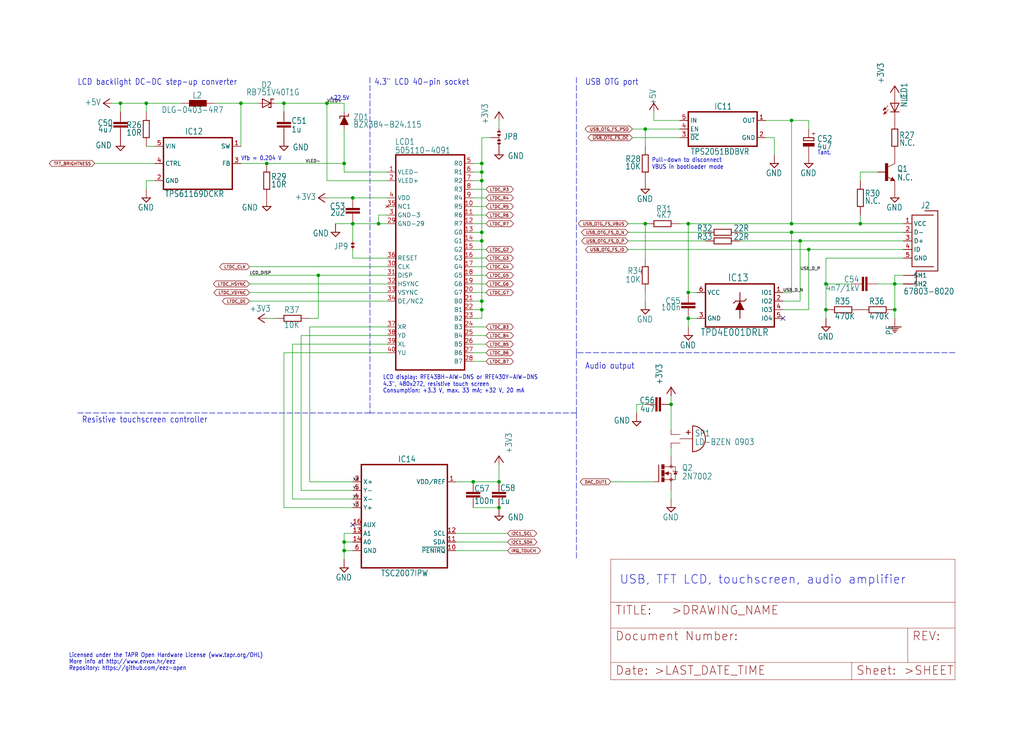
<source format=kicad_sch>
(kicad_sch (version 20211123) (generator eeschema)
  (paper "User" 302.311 220.269)
  (lib_symbols
    (symbol "EEZ_DIB_MCU_r3B4-eagle-import:+3V3" (power)
      (property "Value" "+3V3" (at -2.54 -5.08 90))
      (symbol "+3V3_1_0"
        (pin power_in line (at 0 -2.54 90) (length 2.54) (name "+3V3") (number "1"))
      )
    )
    (symbol "EEZ_DIB_MCU_r3B4-eagle-import:+5V" (power)
      (property "Value" "+5V" (at -2.54 -5.08 90))
      (symbol "+5V_1_0"
        (pin power_in line (at 0 -2.54 90) (length 2.54) (name "+5V") (number "1"))
      )
    )
    (symbol "EEZ_DIB_MCU_r3B4-eagle-import:-NPN-SOT23-BEC"
      (property "Reference" "T" (at -10.16 7.62 0))
      (property "Value" "-NPN-SOT23-BEC" (at -10.16 5.08 0))
      (symbol "-NPN-SOT23-BEC_1_0"
        (pin passive line (at -2.54 0 0) (length 2.54) (name "B") (number "B"))
        (pin passive line (at 2.54 5.08 270) (length 2.54) (name "C") (number "C"))
        (pin passive line (at 2.54 -5.08 90) (length 2.54) (name "E") (number "E"))
      )
    )
    (symbol "EEZ_DIB_MCU_r3B4-eagle-import:2N7002"
      (property "Reference" "Q" (at 6.35 2.54 0))
      (property "Value" "2N7002" (at 6.35 0 0))
      (symbol "2N7002_1_0"
        (pin passive line (at -2.54 -2.54 0) (length 0) (name "G") (number "1"))
        (pin passive line (at 2.54 -5.08 90) (length 2.54) (name "S") (number "2"))
        (pin passive line (at 2.54 5.08 270) (length 2.54) (name "D") (number "3"))
      )
    )
    (symbol "EEZ_DIB_MCU_r3B4-eagle-import:678038020"
      (property "Reference" "J" (at -5.08 9.525 0))
      (property "Value" "678038020" (at -5.08 -15.875 0))
      (symbol "678038020_1_0"
        (pin passive line (at -5.08 5.08 0) (length 2.54) (name "VCC") (number "1"))
        (pin passive line (at -5.08 2.54 0) (length 2.54) (name "D-") (number "2"))
        (pin passive line (at -5.08 0 0) (length 2.54) (name "D+") (number "3"))
        (pin passive line (at -5.08 -2.54 0) (length 2.54) (name "ID") (number "4"))
        (pin passive line (at -5.08 -5.08 0) (length 2.54) (name "GND") (number "5"))
        (pin bidirectional line (at -5.08 -10.16 0) (length 2.54) (name "SH1") (number "SH1"))
        (pin bidirectional line (at -5.08 -10.16 0) (length 2.54) (name "SH1") (number "SH1.1"))
        (pin bidirectional line (at -5.08 -12.7 0) (length 2.54) (name "SH2") (number "SH2"))
        (pin bidirectional line (at -5.08 -12.7 0) (length 2.54) (name "SH2") (number "SH2.2"))
      )
    )
    (symbol "EEZ_DIB_MCU_r3B4-eagle-import:C-EUC0603"
      (property "Reference" "C" (at 1.524 0.381 0))
      (property "Value" "C-EUC0603" (at 1.524 -4.699 0))
      (symbol "C-EUC0603_1_0"
        (pin passive line (at 0 2.54 270) (length 2.54) (name "1") (number "1"))
        (pin passive line (at 0 -5.08 90) (length 2.54) (name "2") (number "2"))
      )
    )
    (symbol "EEZ_DIB_MCU_r3B4-eagle-import:C-EUC0805"
      (property "Reference" "C" (at 1.524 0.381 0))
      (property "Value" "C-EUC0805" (at 1.524 -4.699 0))
      (symbol "C-EUC0805_1_0"
        (pin passive line (at 0 2.54 270) (length 2.54) (name "1") (number "1"))
        (pin passive line (at 0 -5.08 90) (length 2.54) (name "2") (number "2"))
      )
    )
    (symbol "EEZ_DIB_MCU_r3B4-eagle-import:C-EUC1206"
      (property "Reference" "C" (at 1.524 0.381 0))
      (property "Value" "C-EUC1206" (at 1.524 -4.699 0))
      (symbol "C-EUC1206_1_0"
        (pin passive line (at 0 2.54 270) (length 2.54) (name "1") (number "1"))
        (pin passive line (at 0 -5.08 90) (length 2.54) (name "2") (number "2"))
      )
    )
    (symbol "EEZ_DIB_MCU_r3B4-eagle-import:C-EUC1812"
      (property "Reference" "C" (at 1.524 0.381 0))
      (property "Value" "C-EUC1812" (at 1.524 -4.699 0))
      (symbol "C-EUC1812_1_0"
        (pin passive line (at 0 2.54 270) (length 2.54) (name "1") (number "1"))
        (pin passive line (at 0 -5.08 90) (length 2.54) (name "2") (number "2"))
      )
    )
    (symbol "EEZ_DIB_MCU_r3B4-eagle-import:DE0403"
      (property "Reference" "L" (at -3.81 1.3716 0))
      (property "Value" "DE0403" (at -3.81 -2.921 0))
      (symbol "DE0403_1_0"
        (pin passive line (at -5.08 0 0) (length 2.54) (name "1") (number "1"))
        (pin passive line (at 5.08 0 180) (length 2.54) (name "2") (number "2"))
      )
    )
    (symbol "EEZ_DIB_MCU_r3B4-eagle-import:DINA4_L"
      (symbol "DINA4_L_2_0"
        (text ">DRAWING_NAME" (at 17.78 19.05 0) (effects (font (size 2.54 2.54)) (justify left bottom)))
        (text ">LAST_DATE_TIME" (at 12.7 1.27 0) (effects (font (size 2.54 2.54)) (justify left bottom)))
        (text ">SHEET" (at 86.36 1.27 0) (effects (font (size 2.54 2.54)) (justify left bottom)))
        (text "Date:" (at 1.27 1.27 0) (effects (font (size 2.54 2.54)) (justify left bottom)))
        (text "Document Number:" (at 1.27 11.43 0) (effects (font (size 2.54 2.54)) (justify left bottom)))
        (text "REV:" (at 88.9 11.43 0) (effects (font (size 2.54 2.54)) (justify left bottom)))
        (text "Sheet:" (at 72.39 1.27 0) (effects (font (size 2.54 2.54)) (justify left bottom)))
        (text "TITLE:" (at 1.27 19.05 0) (effects (font (size 2.54 2.54)) (justify left bottom)))
      )
    )
    (symbol "EEZ_DIB_MCU_r3B4-eagle-import:ECAP1206"
      (property "Reference" "C" (at 1.143 0.4826 0))
      (property "Value" "ECAP1206" (at 1.143 -4.5974 0))
      (symbol "ECAP1206_1_0"
        (text "+" (at -0.5842 0.4064 900) (effects (font (size 1.27 1.0795)) (justify left bottom)))
        (pin passive line (at 0 2.54 270) (length 2.54) (name "+") (number "+"))
        (pin passive line (at 0 -5.08 90) (length 2.54) (name "-") (number "-"))
      )
    )
    (symbol "EEZ_DIB_MCU_r3B4-eagle-import:GND" (power)
      (property "Value" "GND" (at -1.905 -3.175 0))
      (symbol "GND_1_0"
        (pin power_in line (at 0 2.54 270) (length 2.54) (name "GND") (number "1"))
      )
    )
    (symbol "EEZ_DIB_MCU_r3B4-eagle-import:JP2-NOCUT-0805"
      (property "Reference" "JP" (at -3.175 1.27 0))
      (symbol "JP2-NOCUT-0805_1_0"
        (pin passive line (at 0 0 270) (length 0) (name "1") (number "1"))
        (pin passive line (at 2.54 0 270) (length 0) (name "2") (number "2"))
      )
    )
    (symbol "EEZ_DIB_MCU_r3B4-eagle-import:JP3-CUT-0805-ROTATED"
      (property "Reference" "JP" (at -3.81 3.175 0))
      (symbol "JP3-CUT-0805-ROTATED_1_0"
        (pin passive line (at 2.54 0 180) (length 2.54) (name "COM") (number "COM"))
        (pin passive line (at 0 -2.54 180) (length 0) (name "NC") (number "NC"))
        (pin passive line (at 0 2.54 180) (length 0) (name "NO") (number "NO"))
      )
    )
    (symbol "EEZ_DIB_MCU_r3B4-eagle-import:LD-BZEN-COMBO"
      (property "Reference" "SP" (at 1.905 0.635 0))
      (property "Value" "LD-BZEN-COMBO" (at 1.905 -1.905 0))
      (symbol "LD-BZEN-COMBO_1_0"
        (pin passive line (at -5.08 2.54 270) (length 0) (name "+") (number "+"))
        (pin passive line (at -5.08 2.54 270) (length 0) (name "+") (number "+B"))
        (pin passive line (at -5.08 -2.54 90) (length 0) (name "-") (number "-"))
        (pin passive line (at -5.08 -2.54 90) (length 0) (name "-") (number "-B"))
      )
    )
    (symbol "EEZ_DIB_MCU_r3B4-eagle-import:LED0805"
      (property "Reference" "LED" (at 3.556 -2.032 90))
      (property "Value" "LED0805" (at 5.715 -2.032 90))
      (symbol "LED0805_1_0"
        (pin passive line (at 0 5.08 270) (length 2.54) (name "A") (number "A"))
        (pin passive line (at 0 -2.54 90) (length 2.54) (name "C") (number "C"))
      )
    )
    (symbol "EEZ_DIB_MCU_r3B4-eagle-import:PE" (power)
      (property "Value" "PE" (at -2.54 -2.54 90))
      (symbol "PE_1_0"
        (pin power_in line (at 0 2.54 270) (length 2.54) (name "PE") (number "1"))
      )
    )
    (symbol "EEZ_DIB_MCU_r3B4-eagle-import:R-EU_R0805"
      (property "Reference" "R" (at -3.81 1.4986 0))
      (property "Value" "R-EU_R0805" (at -3.81 -3.302 0))
      (symbol "R-EU_R0805_1_0"
        (pin passive line (at -5.08 0 0) (length 2.54) (name "1") (number "1"))
        (pin passive line (at 5.08 0 180) (length 2.54) (name "2") (number "2"))
      )
    )
    (symbol "EEZ_DIB_MCU_r3B4-eagle-import:RFE430Y-AIW-DNS"
      (property "Reference" "LCD" (at -4.7244 31.3436 0))
      (property "Value" "RFE430Y-AIW-DNS" (at -5.3594 -35.9664 0))
      (symbol "RFE430Y-AIW-DNS_1_0"
        (pin power_in line (at 12.7 25.4 180) (length 2.54) (name "VLED-") (number "1"))
        (pin input line (at -12.7 15.24 0) (length 2.54) (name "R5") (number "10"))
        (pin input line (at -12.7 12.7 0) (length 2.54) (name "R6") (number "11"))
        (pin input line (at -12.7 10.16 0) (length 2.54) (name "R7") (number "12"))
        (pin input line (at -12.7 7.62 0) (length 2.54) (name "G0") (number "13"))
        (pin input line (at -12.7 5.08 0) (length 2.54) (name "G1") (number "14"))
        (pin input line (at -12.7 2.54 0) (length 2.54) (name "G2") (number "15"))
        (pin input line (at -12.7 0 0) (length 2.54) (name "G3") (number "16"))
        (pin input line (at -12.7 -2.54 0) (length 2.54) (name "G4") (number "17"))
        (pin input line (at -12.7 -5.08 0) (length 2.54) (name "G5") (number "18"))
        (pin input line (at -12.7 -7.62 0) (length 2.54) (name "G6") (number "19"))
        (pin power_in line (at 12.7 22.86 180) (length 2.54) (name "VLED+") (number "2"))
        (pin input line (at -12.7 -10.16 0) (length 2.54) (name "G7") (number "20"))
        (pin input line (at -12.7 -12.7 0) (length 2.54) (name "B0") (number "21"))
        (pin input line (at -12.7 -15.24 0) (length 2.54) (name "B1") (number "22"))
        (pin input line (at -12.7 -17.78 0) (length 2.54) (name "B2") (number "23"))
        (pin input line (at -12.7 -20.32 0) (length 2.54) (name "B3") (number "24"))
        (pin input line (at -12.7 -22.86 0) (length 2.54) (name "B4") (number "25"))
        (pin input line (at -12.7 -25.4 0) (length 2.54) (name "B5") (number "26"))
        (pin input line (at -12.7 -27.94 0) (length 2.54) (name "B6") (number "27"))
        (pin input line (at -12.7 -30.48 0) (length 2.54) (name "B7") (number "28"))
        (pin power_in line (at 12.7 10.16 180) (length 2.54) (name "GND-29") (number "29"))
        (pin power_in line (at 12.7 12.7 180) (length 2.54) (name "GND-3") (number "3"))
        (pin input line (at 12.7 -2.54 180) (length 2.54) (name "CLK") (number "30"))
        (pin input line (at 12.7 -5.08 180) (length 2.54) (name "DISP") (number "31"))
        (pin input line (at 12.7 -7.62 180) (length 2.54) (name "HSYNC") (number "32"))
        (pin input line (at 12.7 -10.16 180) (length 2.54) (name "VSYNC") (number "33"))
        (pin passive line (at 12.7 -12.7 180) (length 2.54) (name "DE/NC2") (number "34"))
        (pin no_connect line (at 12.7 15.24 180) (length 2.54) (name "NC1") (number "35"))
        (pin input line (at 12.7 0 180) (length 2.54) (name "RESET") (number "36"))
        (pin passive line (at 12.7 -20.32 180) (length 2.54) (name "XR") (number "37"))
        (pin passive line (at 12.7 -22.86 180) (length 2.54) (name "YD") (number "38"))
        (pin passive line (at 12.7 -25.4 180) (length 2.54) (name "XL") (number "39"))
        (pin power_in line (at 12.7 17.78 180) (length 2.54) (name "VDD") (number "4"))
        (pin passive line (at 12.7 -27.94 180) (length 2.54) (name "YU") (number "40"))
        (pin input line (at -12.7 27.94 0) (length 2.54) (name "R0") (number "5"))
        (pin input line (at -12.7 25.4 0) (length 2.54) (name "R1") (number "6"))
        (pin input line (at -12.7 22.86 0) (length 2.54) (name "R2") (number "7"))
        (pin input line (at -12.7 20.32 0) (length 2.54) (name "R3") (number "8"))
        (pin input line (at -12.7 17.78 0) (length 2.54) (name "R4") (number "9"))
      )
    )
    (symbol "EEZ_DIB_MCU_r3B4-eagle-import:SCHOTTKYSOD-323R"
      (property "Reference" "D" (at -2.286 1.905 0))
      (property "Value" "SCHOTTKYSOD-323R" (at -2.286 -3.429 0))
      (symbol "SCHOTTKYSOD-323R_1_0"
        (pin passive line (at -2.54 0 0) (length 2.54) (name "A") (number "A"))
        (pin passive line (at 2.54 0 180) (length 2.54) (name "C") (number "C"))
      )
    )
    (symbol "EEZ_DIB_MCU_r3B4-eagle-import:TPD4E001-DRL"
      (property "Reference" "IC" (at -5.207 5.7912 0))
      (property "Value" "TPD4E001-DRL" (at -6.0452 -10.3378 0))
      (symbol "TPD4E001-DRL_1_0"
        (pin bidirectional line (at -12.7 2.54 0) (length 2.54) (name "IO1") (number "1"))
        (pin bidirectional line (at -12.7 0 0) (length 2.54) (name "IO2") (number "2"))
        (pin power_in line (at 12.7 -5.08 180) (length 2.54) (name "GND") (number "3"))
        (pin bidirectional line (at -12.7 -2.54 0) (length 2.54) (name "IO3") (number "4"))
        (pin bidirectional line (at -12.7 -5.08 0) (length 2.54) (name "IO4") (number "5"))
        (pin passive line (at 12.7 2.54 180) (length 2.54) (name "VCC") (number "6"))
      )
    )
    (symbol "EEZ_DIB_MCU_r3B4-eagle-import:TPS2051B"
      (property "Reference" "IC" (at -4.445 5.715 0))
      (property "Value" "TPS2051B" (at -5.08 -7.62 0))
      (symbol "TPS2051B_1_0"
        (pin output line (at 12.7 2.54 180) (length 2.54) (name "OUT") (number "1"))
        (pin power_in line (at 12.7 -2.54 180) (length 2.54) (name "GND") (number "2"))
        (pin passive line (at -12.7 -2.54 0) (length 2.54) (name "~{OC}") (number "3"))
        (pin input line (at -12.7 0 0) (length 2.54) (name "EN") (number "4"))
        (pin input line (at -12.7 2.54 0) (length 2.54) (name "IN") (number "5"))
      )
    )
    (symbol "EEZ_DIB_MCU_r3B4-eagle-import:TPS61169DCKR"
      (property "Reference" "IC" (at -4.7244 8.4836 0))
      (property "Value" "TPS61169DCKR" (at -4.7244 -9.9314 0))
      (symbol "TPS61169DCKR_1_0"
        (pin output line (at 12.7 5.08 180) (length 2.54) (name "SW") (number "1"))
        (pin power_in line (at -12.7 -5.08 0) (length 2.54) (name "GND") (number "2"))
        (pin input line (at 12.7 0 180) (length 2.54) (name "FB") (number "3"))
        (pin input line (at -12.7 0 0) (length 2.54) (name "CTRL") (number "4"))
        (pin input line (at -12.7 5.08 0) (length 2.54) (name "VIN") (number "5"))
      )
    )
    (symbol "EEZ_DIB_MCU_r3B4-eagle-import:TSC2007IPW"
      (property "Reference" "IC" (at -4.445 15.875 0))
      (property "Value" "TSC2007IPW" (at -4.445 -17.78 0))
      (symbol "TSC2007IPW_1_0"
        (pin passive line (at 15.24 10.16 180) (length 2.54) (name "VDD/REF") (number "1"))
        (pin output line (at 15.24 -10.16 180) (length 2.54) (name "~{PENIRQ}") (number "10"))
        (pin bidirectional line (at 15.24 -7.62 180) (length 2.54) (name "SDA") (number "11"))
        (pin bidirectional line (at 15.24 -5.08 180) (length 2.54) (name "SCL") (number "12"))
        (pin input line (at -15.24 -5.08 0) (length 2.54) (name "A1") (number "13"))
        (pin input line (at -15.24 -7.62 0) (length 2.54) (name "A0") (number "14"))
        (pin input line (at -15.24 -2.54 0) (length 2.54) (name "AUX") (number "16"))
        (pin input line (at -15.24 10.16 0) (length 2.54) (name "X+") (number "2"))
        (pin input line (at -15.24 2.54 0) (length 2.54) (name "Y+") (number "3"))
        (pin input line (at -15.24 5.08 0) (length 2.54) (name "X-") (number "4"))
        (pin input line (at -15.24 7.62 0) (length 2.54) (name "Y-") (number "5"))
        (pin passive line (at -15.24 -10.16 0) (length 2.54) (name "GND") (number "6"))
      )
    )
    (symbol "EEZ_DIB_MCU_r3B4-eagle-import:ZENER-DIODESOD323"
      (property "Reference" "ZD" (at -1.778 1.905 0))
      (property "Value" "ZENER-DIODESOD323" (at -1.778 -3.429 0))
      (symbol "ZENER-DIODESOD323_1_0"
        (pin passive line (at -2.54 0 0) (length 2.54) (name "A") (number "A"))
        (pin passive line (at 2.54 0 180) (length 2.54) (name "C") (number "C"))
      )
    )
  )
  (junction (at 83.82 30.48))
  (junction (at 142.24 48.26))
  (junction (at 139.7 142.24))
  (junction (at 78.74 48.26))
  (junction (at 142.24 88.9))
  (junction (at 142.24 53.34))
  (junction (at 243.84 83.82))
  (junction (at 238.76 73.66))
  (junction (at 203.2 86.36))
  (junction (at 101.6 160.02))
  (junction (at 93.98 81.28))
  (junction (at 142.24 71.12))
  (junction (at 96.52 30.48))
  (junction (at 142.24 50.8))
  (junction (at 71.12 30.48))
  (junction (at 254 66.04))
  (junction (at 101.6 48.26))
  (junction (at 264.16 91.44))
  (junction (at 101.6 162.56))
  (junction (at 233.68 66.04))
  (junction (at 264.16 83.82))
  (junction (at 142.24 91.44))
  (junction (at 203.2 66.04))
  (junction (at 243.84 91.44))
  (junction (at 233.68 35.56))
  (junction (at 203.2 93.98))
  (junction (at 147.32 149.86))
  (junction (at 190.5 38.1))
  (junction (at 43.18 30.48))
  (junction (at 104.14 58.42))
  (junction (at 236.22 71.12))
  (junction (at 147.32 142.24))
  (junction (at 111.76 66.04))
  (junction (at 104.14 66.04))
  (junction (at 198.12 119.38))
  (junction (at 190.5 66.04))
  (junction (at 233.68 68.58))
  (junction (at 35.56 30.48))
  (junction (at 142.24 68.58))
  (no_connect (at 104.14 154.94))
  (no_connect (at 231.14 93.98))
  (wire (pts (xy 259.08 50.8) (xy 254 50.8)))
  (wire (pts (xy 243.84 76.2) (xy 243.84 83.82)))
  (wire (pts (xy 134.62 142.24) (xy 139.7 142.24)))
  (wire (pts (xy 200.66 66.04) (xy 203.2 66.04)))
  (wire (pts (xy 139.7 83.82) (xy 143.51 83.82)))
  (polyline (pts (xy 281.94 104.14) (xy 170.18 104.14)))
  (wire (pts (xy 73.66 81.28) (xy 93.98 81.28)))
  (wire (pts (xy 226.06 40.64) (xy 228.6 40.64)))
  (wire (pts (xy 139.7 63.5) (xy 143.51 63.5)))
  (wire (pts (xy 233.68 35.56) (xy 238.76 35.56)))
  (wire (pts (xy 88.9 144.78) (xy 88.9 99.06)))
  (wire (pts (xy 101.6 38.1) (xy 101.6 48.26)))
  (wire (pts (xy 111.76 66.04) (xy 111.76 63.5)))
  (wire (pts (xy 78.74 93.98) (xy 81.28 93.98)))
  (wire (pts (xy 200.66 38.1) (xy 190.5 38.1)))
  (polyline (pts (xy 109.22 121.92) (xy 22.86 121.92)))
  (wire (pts (xy 185.42 66.04) (xy 190.5 66.04)))
  (wire (pts (xy 205.74 86.36) (xy 203.2 86.36)))
  (wire (pts (xy 139.7 88.9) (xy 142.24 88.9)))
  (wire (pts (xy 185.42 73.66) (xy 238.76 73.66)))
  (wire (pts (xy 139.7 71.12) (xy 142.24 71.12)))
  (wire (pts (xy 243.84 91.44) (xy 243.84 93.98)))
  (wire (pts (xy 139.7 76.2) (xy 143.51 76.2)))
  (wire (pts (xy 81.28 30.48) (xy 83.82 30.48)))
  (wire (pts (xy 203.2 93.98) (xy 203.2 96.52)))
  (wire (pts (xy 101.6 48.26) (xy 101.6 50.8)))
  (wire (pts (xy 91.44 96.52) (xy 114.3 96.52)))
  (wire (pts (xy 114.3 83.82) (xy 73.66 83.82)))
  (wire (pts (xy 86.36 147.32) (xy 86.36 101.6)))
  (wire (pts (xy 83.82 104.14) (xy 83.82 149.86)))
  (wire (pts (xy 104.14 160.02) (xy 101.6 160.02)))
  (wire (pts (xy 96.52 53.34) (xy 96.52 30.48)))
  (wire (pts (xy 238.76 35.56) (xy 238.76 38.1)))
  (wire (pts (xy 264.16 91.44) (xy 264.16 83.82)))
  (wire (pts (xy 139.7 60.96) (xy 143.51 60.96)))
  (wire (pts (xy 266.7 81.28) (xy 264.16 81.28)))
  (polyline (pts (xy 170.18 104.14) (xy 170.18 121.92)))
  (wire (pts (xy 43.18 33.02) (xy 43.18 30.48)))
  (wire (pts (xy 142.24 68.58) (xy 142.24 53.34)))
  (wire (pts (xy 86.36 101.6) (xy 114.3 101.6)))
  (wire (pts (xy 147.32 35.56) (xy 147.32 38.1)))
  (wire (pts (xy 142.24 53.34) (xy 142.24 50.8)))
  (wire (pts (xy 231.14 91.44) (xy 238.76 91.44)))
  (wire (pts (xy 266.7 83.82) (xy 264.16 83.82)))
  (wire (pts (xy 139.7 53.34) (xy 142.24 53.34)))
  (wire (pts (xy 254 50.8) (xy 254 53.34)))
  (wire (pts (xy 101.6 162.56) (xy 101.6 165.1)))
  (wire (pts (xy 142.24 40.64) (xy 142.24 48.26)))
  (wire (pts (xy 198.12 134.62) (xy 198.12 132.08)))
  (wire (pts (xy 139.7 48.26) (xy 142.24 48.26)))
  (wire (pts (xy 233.68 66.04) (xy 254 66.04)))
  (wire (pts (xy 134.62 157.48) (xy 149.86 157.48)))
  (wire (pts (xy 254 63.5) (xy 254 66.04)))
  (wire (pts (xy 266.7 76.2) (xy 243.84 76.2)))
  (wire (pts (xy 139.7 149.86) (xy 147.32 149.86)))
  (wire (pts (xy 254 66.04) (xy 266.7 66.04)))
  (wire (pts (xy 104.14 147.32) (xy 86.36 147.32)))
  (wire (pts (xy 101.6 50.8) (xy 114.3 50.8)))
  (wire (pts (xy 139.7 68.58) (xy 142.24 68.58)))
  (wire (pts (xy 104.14 66.04) (xy 99.06 66.04)))
  (wire (pts (xy 200.66 40.64) (xy 186.69 40.64)))
  (wire (pts (xy 190.5 76.2) (xy 190.5 66.04)))
  (wire (pts (xy 139.7 58.42) (xy 143.51 58.42)))
  (wire (pts (xy 114.3 88.9) (xy 73.66 88.9)))
  (wire (pts (xy 142.24 88.9) (xy 142.24 71.12)))
  (wire (pts (xy 104.14 142.24) (xy 91.44 142.24)))
  (wire (pts (xy 101.6 160.02) (xy 101.6 162.56)))
  (polyline (pts (xy 170.18 121.92) (xy 109.22 121.92)))
  (wire (pts (xy 93.98 81.28) (xy 93.98 93.98)))
  (wire (pts (xy 139.7 101.6) (xy 143.51 101.6)))
  (wire (pts (xy 228.6 40.64) (xy 228.6 45.72)))
  (wire (pts (xy 218.44 71.12) (xy 236.22 71.12)))
  (wire (pts (xy 139.7 106.68) (xy 143.51 106.68)))
  (wire (pts (xy 264.16 83.82) (xy 264.16 81.28)))
  (wire (pts (xy 104.14 66.04) (xy 111.76 66.04)))
  (wire (pts (xy 101.6 162.56) (xy 104.14 162.56)))
  (wire (pts (xy 114.3 78.74) (xy 73.66 78.74)))
  (wire (pts (xy 139.7 66.04) (xy 143.51 66.04)))
  (wire (pts (xy 104.14 58.42) (xy 96.52 58.42)))
  (wire (pts (xy 45.72 48.26) (xy 27.94 48.26)))
  (wire (pts (xy 243.84 83.82) (xy 243.84 91.44)))
  (wire (pts (xy 114.3 58.42) (xy 104.14 58.42)))
  (wire (pts (xy 139.7 142.24) (xy 147.32 142.24)))
  (wire (pts (xy 142.24 71.12) (xy 142.24 68.58)))
  (wire (pts (xy 205.74 93.98) (xy 203.2 93.98)))
  (wire (pts (xy 134.62 162.56) (xy 149.86 162.56)))
  (wire (pts (xy 139.7 99.06) (xy 143.51 99.06)))
  (wire (pts (xy 142.24 48.26) (xy 142.24 50.8)))
  (wire (pts (xy 83.82 104.14) (xy 114.3 104.14)))
  (wire (pts (xy 139.7 73.66) (xy 143.51 73.66)))
  (wire (pts (xy 43.18 43.18) (xy 45.72 43.18)))
  (wire (pts (xy 101.6 157.48) (xy 101.6 160.02)))
  (polyline (pts (xy 170.18 22.86) (xy 170.18 104.14)))
  (wire (pts (xy 203.2 66.04) (xy 203.2 86.36)))
  (wire (pts (xy 114.3 63.5) (xy 111.76 63.5)))
  (wire (pts (xy 142.24 93.98) (xy 142.24 91.44)))
  (wire (pts (xy 114.3 86.36) (xy 73.66 86.36)))
  (wire (pts (xy 78.74 48.26) (xy 101.6 48.26)))
  (wire (pts (xy 200.66 35.56) (xy 193.04 35.56)))
  (wire (pts (xy 139.7 96.52) (xy 143.51 96.52)))
  (wire (pts (xy 190.5 119.38) (xy 187.96 119.38)))
  (wire (pts (xy 114.3 53.34) (xy 96.52 53.34)))
  (wire (pts (xy 71.12 43.18) (xy 71.12 30.48)))
  (wire (pts (xy 190.5 38.1) (xy 186.69 38.1)))
  (wire (pts (xy 218.44 68.58) (xy 233.68 68.58)))
  (wire (pts (xy 43.18 53.34) (xy 43.18 55.88)))
  (wire (pts (xy 139.7 81.28) (xy 143.51 81.28)))
  (wire (pts (xy 187.96 121.92) (xy 187.96 119.38)))
  (polyline (pts (xy 170.18 121.92) (xy 170.18 165.1)))
  (wire (pts (xy 236.22 71.12) (xy 266.7 71.12)))
  (wire (pts (xy 83.82 30.48) (xy 96.52 30.48)))
  (wire (pts (xy 71.12 48.26) (xy 78.74 48.26)))
  (wire (pts (xy 104.14 71.12) (xy 104.14 66.04)))
  (wire (pts (xy 134.62 160.02) (xy 149.86 160.02)))
  (wire (pts (xy 93.98 93.98) (xy 91.44 93.98)))
  (wire (pts (xy 259.08 83.82) (xy 264.16 83.82)))
  (wire (pts (xy 208.28 68.58) (xy 185.42 68.58)))
  (wire (pts (xy 185.42 71.12) (xy 208.28 71.12)))
  (wire (pts (xy 139.7 91.44) (xy 142.24 91.44)))
  (wire (pts (xy 238.76 91.44) (xy 238.76 73.66)))
  (wire (pts (xy 101.6 30.48) (xy 101.6 33.02)))
  (wire (pts (xy 233.68 86.36) (xy 233.68 68.58)))
  (wire (pts (xy 104.14 149.86) (xy 83.82 149.86)))
  (wire (pts (xy 104.14 73.66) (xy 104.14 76.2)))
  (wire (pts (xy 142.24 91.44) (xy 142.24 88.9)))
  (wire (pts (xy 35.56 33.02) (xy 35.56 30.48)))
  (wire (pts (xy 104.14 144.78) (xy 88.9 144.78)))
  (wire (pts (xy 264.16 93.98) (xy 264.16 91.44)))
  (wire (pts (xy 193.04 142.24) (xy 180.34 142.24)))
  (wire (pts (xy 139.7 104.14) (xy 143.51 104.14)))
  (wire (pts (xy 139.7 78.74) (xy 143.51 78.74)))
  (wire (pts (xy 231.14 88.9) (xy 236.22 88.9)))
  (wire (pts (xy 198.12 147.32) (xy 198.12 144.78)))
  (wire (pts (xy 139.7 86.36) (xy 143.51 86.36)))
  (wire (pts (xy 104.14 76.2) (xy 114.3 76.2)))
  (wire (pts (xy 45.72 53.34) (xy 43.18 53.34)))
  (wire (pts (xy 139.7 55.88) (xy 143.51 55.88)))
  (wire (pts (xy 236.22 88.9) (xy 236.22 71.12)))
  (wire (pts (xy 233.68 35.56) (xy 233.68 66.04)))
  (wire (pts (xy 139.7 50.8) (xy 142.24 50.8)))
  (wire (pts (xy 111.76 66.04) (xy 114.3 66.04)))
  (wire (pts (xy 35.56 30.48) (xy 43.18 30.48)))
  (wire (pts (xy 63.5 30.48) (xy 71.12 30.48)))
  (wire (pts (xy 198.12 119.38) (xy 198.12 116.84)))
  (wire (pts (xy 43.18 30.48) (xy 53.34 30.48)))
  (wire (pts (xy 198.12 119.38) (xy 198.12 127)))
  (wire (pts (xy 190.5 43.18) (xy 190.5 38.1)))
  (wire (pts (xy 193.04 35.56) (xy 193.04 33.02)))
  (wire (pts (xy 233.68 68.58) (xy 266.7 68.58)))
  (wire (pts (xy 35.56 30.48) (xy 33.02 30.48)))
  (wire (pts (xy 238.76 73.66) (xy 266.7 73.66)))
  (wire (pts (xy 226.06 35.56) (xy 233.68 35.56)))
  (wire (pts (xy 144.78 40.64) (xy 142.24 40.64)))
  (wire (pts (xy 71.12 30.48) (xy 76.2 30.48)))
  (wire (pts (xy 83.82 30.48) (xy 83.82 33.02)))
  (wire (pts (xy 203.2 66.04) (xy 233.68 66.04)))
  (wire (pts (xy 114.3 81.28) (xy 93.98 81.28)))
  (wire (pts (xy 190.5 88.9) (xy 190.5 86.36)))
  (wire (pts (xy 251.46 83.82) (xy 243.84 83.82)))
  (wire (pts (xy 91.44 142.24) (xy 91.44 96.52)))
  (wire (pts (xy 104.14 157.48) (xy 101.6 157.48)))
  (wire (pts (xy 139.7 93.98) (xy 142.24 93.98)))
  (wire (pts (xy 88.9 99.06) (xy 114.3 99.06)))
  (wire (pts (xy 231.14 86.36) (xy 233.68 86.36)))
  (wire (pts (xy 147.32 142.24) (xy 147.32 137.16)))
  (polyline (pts (xy 109.22 22.86) (xy 109.22 121.92)))
  (wire (pts (xy 96.52 30.48) (xy 101.6 30.48)))
  (text "Resistive touchscreen controller" (at 24.13 125.095 180) (effects (font (size 1.778 1.5113)) (justify left bottom)))
  (text "Tant." (at 241.3 44.45 180) (effects (font (size 1.27 1.0795)) (justify left top)))
  (text "+22.5V" (at 97.155 29.845 180) (effects (font (size 1.27 1.0795)) (justify left bottom)))
  (text "Audio output" (at 172.72 109.22 180) (effects (font (size 1.778 1.5113)) (justify left bottom)))
  (text "Licensed under the TAPR Open Hardware License (www.tapr.org/OHL)" (at 20.32 194.31 180) (effects (font (size 1.27 1.0795)) (justify left bottom)))
  (text "Pull-down to disconnect\nVBUS in bootloader mode" (at 192.405 50.165 180) (effects (font (size 1.27 1.0795)) (justify left bottom)))
  (text "LCD backlight DC-DC step-up converter" (at 22.86 25.4 180) (effects (font (size 1.778 1.5113)) (justify left bottom)))
  (text "USB, TFT LCD, touchscreen, audio amplifier" (at 182.88 172.72 180) (effects (font (size 2.54 2.54)) (justify left bottom)))
  (text "LCD display: RFE43BH-AIW-DNS or RFE430Y-AIW-DNS\n4.3\", 480x272, resistive touch screen" (at 113.03 114.3 180) (effects (font (size 1.27 1.0795)) (justify left bottom)))
  (text "Repository: https://github.com/eez-open" (at 20.32 198.12 180) (effects (font (size 1.27 1.0795)) (justify left bottom)))
  (text "Vfb = 0.204 V" (at 71.12 47.625 180) (effects (font (size 1.27 1.0795)) (justify left bottom)))
  (text "More info at http://www.envox.hr/eez" (at 20.32 196.215 180) (effects (font (size 1.27 1.0795)) (justify left bottom)))
  (text "USB OTG port" (at 172.72 25.4 180) (effects (font (size 1.778 1.5113)) (justify left bottom)))
  (text "Consumption: +3.3 V, max. 33 mA; +32 V, 20 mA" (at 113.03 116.205 180) (effects (font (size 1.27 1.0795)) (justify left bottom)))
  (text "4.3\" LCD 40-pin socket" (at 110.49 25.4 180) (effects (font (size 1.778 1.5113)) (justify left bottom)))
  (label "USB_D_N" (at 231.14 86.36 0) (effects (font (size 0.889 0.889))))
  (label "XL" (at 104.14 147.32 0) (effects (font (size 0.889 0.889))))
  (label "LCD_DISP" (at 73.66 81.28 0) (effects (font (size 0.889 0.889))))
  (label "VLED-" (at 90.17 48.26 0) (effects (font (size 0.889 0.889))))
  (label "YD" (at 104.14 144.78 0) (effects (font (size 0.889 0.889))))
  (label "USB_D_P" (at 236.22 80.01 0) (effects (font (size 0.889 0.889))))
  (label "VLED+" (at 96.52 30.48 0) (effects (font (size 0.889 0.889))))
  (label "YU" (at 104.14 149.86 0) (effects (font (size 0.889 0.889))))
  (label "XR" (at 104.14 142.24 0) (effects (font (size 0.889 0.889))))
  (global_label "LTDC_HSYNC" (shape bidirectional) (at 73.66 83.82 180) (effects (font (size 0.889 0.889))) (property "Intersheet References" "${INTERSHEET_REFS}" (effects hide)))
  (global_label "LTDC_G4" (shape bidirectional) (at 143.51 78.74 0) (effects (font (size 0.889 0.889))) (property "Intersheet References" "${INTERSHEET_REFS}" (effects hide)))
  (global_label "LTDC_G2" (shape bidirectional) (at 143.51 73.66 0) (effects (font (size 0.889 0.889))) (property "Intersheet References" "${INTERSHEET_REFS}" (effects hide)))
  (global_label "LTDC_R6" (shape bidirectional) (at 143.51 63.5 0) (effects (font (size 0.889 0.889))) (property "Intersheet References" "${INTERSHEET_REFS}" (effects hide)))
  (global_label "USB_OTG_FS_ID" (shape bidirectional) (at 185.42 73.66 180) (effects (font (size 0.889 0.889))) (property "Intersheet References" "${INTERSHEET_REFS}" (effects hide)))
  (global_label "LTDC_B3" (shape bidirectional) (at 143.51 96.52 0) (effects (font (size 0.889 0.889))) (property "Intersheet References" "${INTERSHEET_REFS}" (effects hide)))
  (global_label "USB_OTG_FS_D_P" (shape bidirectional) (at 185.42 71.12 180) (effects (font (size 0.889 0.889))) (property "Intersheet References" "${INTERSHEET_REFS}" (effects hide)))
  (global_label "LTDC_CLK" (shape bidirectional) (at 73.66 78.74 180) (effects (font (size 0.889 0.889))) (property "Intersheet References" "${INTERSHEET_REFS}" (effects hide)))
  (global_label "~{USB_OTG_FS_OC}" (shape bidirectional) (at 186.69 40.64 180) (effects (font (size 0.889 0.889))) (property "Intersheet References" "${INTERSHEET_REFS}" (effects hide)))
  (global_label "LTDC_R3" (shape bidirectional) (at 143.51 55.88 0) (effects (font (size 0.889 0.889))) (property "Intersheet References" "${INTERSHEET_REFS}" (effects hide)))
  (global_label "LTDC_R5" (shape bidirectional) (at 143.51 60.96 0) (effects (font (size 0.889 0.889))) (property "Intersheet References" "${INTERSHEET_REFS}" (effects hide)))
  (global_label "USB_OTG_FS_PSO" (shape bidirectional) (at 186.69 38.1 180) (effects (font (size 0.889 0.889))) (property "Intersheet References" "${INTERSHEET_REFS}" (effects hide)))
  (global_label "LTDC_DE" (shape bidirectional) (at 73.66 88.9 180) (effects (font (size 0.889 0.889))) (property "Intersheet References" "${INTERSHEET_REFS}" (effects hide)))
  (global_label "TFT_BRIGHTNESS" (shape bidirectional) (at 27.94 48.26 180) (effects (font (size 0.889 0.889))) (property "Intersheet References" "${INTERSHEET_REFS}" (effects hide)))
  (global_label "USB_OTG_FS_D_N" (shape bidirectional) (at 185.42 68.58 180) (effects (font (size 0.889 0.889))) (property "Intersheet References" "${INTERSHEET_REFS}" (effects hide)))
  (global_label "LTDC_G3" (shape bidirectional) (at 143.51 76.2 0) (effects (font (size 0.889 0.889))) (property "Intersheet References" "${INTERSHEET_REFS}" (effects hide)))
  (global_label "LTDC_B4" (shape bidirectional) (at 143.51 99.06 0) (effects (font (size 0.889 0.889))) (property "Intersheet References" "${INTERSHEET_REFS}" (effects hide)))
  (global_label "LTDC_B6" (shape bidirectional) (at 143.51 104.14 0) (effects (font (size 0.889 0.889))) (property "Intersheet References" "${INTERSHEET_REFS}" (effects hide)))
  (global_label "LTDC_G5" (shape bidirectional) (at 143.51 81.28 0) (effects (font (size 0.889 0.889))) (property "Intersheet References" "${INTERSHEET_REFS}" (effects hide)))
  (global_label "LTDC_G6" (shape bidirectional) (at 143.51 83.82 0) (effects (font (size 0.889 0.889))) (property "Intersheet References" "${INTERSHEET_REFS}" (effects hide)))
  (global_label "LTDC_B7" (shape bidirectional) (at 143.51 106.68 0) (effects (font (size 0.889 0.889))) (property "Intersheet References" "${INTERSHEET_REFS}" (effects hide)))
  (global_label "LTDC_G7" (shape bidirectional) (at 143.51 86.36 0) (effects (font (size 0.889 0.889))) (property "Intersheet References" "${INTERSHEET_REFS}" (effects hide)))
  (global_label "LTDC_R4" (shape bidirectional) (at 143.51 58.42 0) (effects (font (size 0.889 0.889))) (property "Intersheet References" "${INTERSHEET_REFS}" (effects hide)))
  (global_label "I2C1_SDA" (shape bidirectional) (at 149.86 160.02 0) (effects (font (size 0.889 0.889))) (property "Intersheet References" "${INTERSHEET_REFS}" (effects hide)))
  (global_label "LTDC_R7" (shape bidirectional) (at 143.51 66.04 0) (effects (font (size 0.889 0.889))) (property "Intersheet References" "${INTERSHEET_REFS}" (effects hide)))
  (global_label "LTDC_B5" (shape bidirectional) (at 143.51 101.6 0) (effects (font (size 0.889 0.889))) (property "Intersheet References" "${INTERSHEET_REFS}" (effects hide)))
  (global_label "LTDC_VSYNC" (shape bidirectional) (at 73.66 86.36 180) (effects (font (size 0.889 0.889))) (property "Intersheet References" "${INTERSHEET_REFS}" (effects hide)))
  (global_label "DAC_OUT1" (shape bidirectional) (at 180.34 142.24 180) (effects (font (size 0.889 0.889))) (property "Intersheet References" "${INTERSHEET_REFS}" (effects hide)))
  (global_label "IRQ_TOUCH" (shape bidirectional) (at 149.86 162.56 0) (effects (font (size 0.889 0.889))) (property "Intersheet References" "${INTERSHEET_REFS}" (effects hide)))
  (global_label "USB_OTG_FS_VBUS" (shape bidirectional) (at 185.42 66.04 180) (effects (font (size 0.889 0.889))) (property "Intersheet References" "${INTERSHEET_REFS}" (effects hide)))
  (global_label "I2C1_SCL" (shape bidirectional) (at 149.86 157.48 0) (effects (font (size 0.889 0.889))) (property "Intersheet References" "${INTERSHEET_REFS}" (effects hide)))
  (symbol (lib_id "EEZ_DIB_MCU_r3B4-eagle-import:GND") (at 198.12 149.86 0) (unit 1)
    (property "Reference" "#SUPPLY061" (effects hide))
    (property "Value" "GND" (at 195.58 153.67 0) (effects (font (size 1.778 1.5113)) (justify left bottom)))
    (property "Footprint" "EEZ_DIB_MCU_r3B4:" (effects hide))
  )
  (symbol (lib_id "EEZ_DIB_MCU_r3B4-eagle-import:C-EUC0805") (at 83.82 35.56 0) (mirror y) (unit 1)
    (property "Reference" "C51" (at 85.979 34.671 0) (effects (font (size 1.778 1.5113)) (justify right top)))
    (property "Value" "1u" (at 85.979 37.211 0) (effects (font (size 1.778 1.5113)) (justify right top)))
    (property "Footprint" "EEZ_DIB_MCU_r3B4:C0805" (effects hide))
  )
  (symbol (lib_id "EEZ_DIB_MCU_r3B4-eagle-import:GND") (at 243.84 96.52 0) (unit 1)
    (property "Reference" "#SUPPLY058" (effects hide))
    (property "Value" "GND" (at 241.3 100.33 0) (effects (font (size 1.778 1.5113)) (justify left bottom)))
    (property "Footprint" "EEZ_DIB_MCU_r3B4:" (effects hide))
  )
  (symbol (lib_id "EEZ_DIB_MCU_r3B4-eagle-import:R-EU_R0805") (at 259.08 91.44 180) (unit 1)
    (property "Reference" "R36" (at 256.54 89.916 0) (effects (font (size 1.778 1.5113)) (justify right top)))
    (property "Value" "470K" (at 256.54 94.361 0) (effects (font (size 1.778 1.5113)) (justify right top)))
    (property "Footprint" "EEZ_DIB_MCU_r3B4:R0805" (effects hide))
  )
  (symbol (lib_id "EEZ_DIB_MCU_r3B4-eagle-import:RFE430Y-AIW-DNS") (at 127 76.2 0) (mirror y) (unit 1)
    (property "Reference" "LCD1" (at 116.5606 40.8686 0) (effects (font (size 1.778 1.5113)) (justify right top)))
    (property "Value" "505110-4091" (at 116.5606 43.4086 0) (effects (font (size 1.778 1.5113)) (justify right top)))
    (property "Footprint" "EEZ_DIB_MCU_r3B4:FPC_40" (effects hide))
  )
  (symbol (lib_id "EEZ_DIB_MCU_r3B4-eagle-import:R-EU_R0805") (at 264.16 40.64 270) (mirror x) (unit 1)
    (property "Reference" "R27" (at 265.43 38.9636 90) (effects (font (size 1.778 1.5113)) (justify left bottom)))
    (property "Value" "N.C." (at 265.43 41.148 90) (effects (font (size 1.778 1.5113)) (justify left bottom)))
    (property "Footprint" "EEZ_DIB_MCU_r3B4:R0805" (effects hide))
  )
  (symbol (lib_id "EEZ_DIB_MCU_r3B4-eagle-import:+3V3") (at 76.2 93.98 90) (unit 1)
    (property "Reference" "#+3V0328" (effects hide))
    (property "Value" "+3V3" (at 73.66 92.075 90) (effects (font (size 1.778 1.5113)) (justify right top)))
    (property "Footprint" "EEZ_DIB_MCU_r3B4:" (effects hide))
  )
  (symbol (lib_id "EEZ_DIB_MCU_r3B4-eagle-import:GND") (at 187.96 124.46 0) (unit 1)
    (property "Reference" "#SUPPLY060" (effects hide))
    (property "Value" "GND" (at 186.055 125.095 0) (effects (font (size 1.778 1.5113)) (justify right bottom)))
    (property "Footprint" "EEZ_DIB_MCU_r3B4:" (effects hide))
  )
  (symbol (lib_id "EEZ_DIB_MCU_r3B4-eagle-import:R-EU_R0805") (at 86.36 93.98 180) (unit 1)
    (property "Reference" "R37" (at 83.82 92.456 0) (effects (font (size 1.778 1.5113)) (justify right top)))
    (property "Value" "10K" (at 83.82 96.901 0) (effects (font (size 1.778 1.5113)) (justify right top)))
    (property "Footprint" "EEZ_DIB_MCU_r3B4:R0805" (effects hide))
  )
  (symbol (lib_id "EEZ_DIB_MCU_r3B4-eagle-import:R-EU_R0805") (at 254 58.42 270) (mirror x) (unit 1)
    (property "Reference" "R30" (at 255.27 56.1086 90) (effects (font (size 1.778 1.5113)) (justify left bottom)))
    (property "Value" "N.C." (at 255.27 58.293 90) (effects (font (size 1.778 1.5113)) (justify left bottom)))
    (property "Footprint" "EEZ_DIB_MCU_r3B4:R0805" (effects hide))
  )
  (symbol (lib_id "EEZ_DIB_MCU_r3B4-eagle-import:LD-BZEN-COMBO") (at 203.2 129.54 0) (unit 1)
    (property "Reference" "SP1" (at 205.105 128.905 0) (effects (font (size 1.778 1.5113)) (justify left bottom)))
    (property "Value" "LD-BZEN 0903" (at 205.105 131.445 0) (effects (font (size 1.778 1.5113)) (justify left bottom)))
    (property "Footprint" "EEZ_DIB_MCU_r3B4:LD-BZEN_COMBO" (effects hide))
  )
  (symbol (lib_id "EEZ_DIB_MCU_r3B4-eagle-import:TPD4E001-DRL") (at 218.44 88.9 0) (mirror y) (unit 1)
    (property "Reference" "IC13" (at 221.107 83.1088 0) (effects (font (size 2.0828 1.7703)) (justify left bottom)))
    (property "Value" "TPD4E001DRLR" (at 227.0252 99.2378 0) (effects (font (size 2.0828 1.7703)) (justify left bottom)))
    (property "Footprint" "EEZ_DIB_MCU_r3B4:DRL6" (effects hide))
  )
  (symbol (lib_id "EEZ_DIB_MCU_r3B4-eagle-import:DINA4_L") (at 180.34 200.66 0) (unit 2)
    (property "Reference" "#FRAME4" (effects hide))
    (property "Value" "DINA4_L" (effects hide))
    (property "Footprint" "EEZ_DIB_MCU_r3B4:" (effects hide))
  )
  (symbol (lib_id "EEZ_DIB_MCU_r3B4-eagle-import:+3V3") (at 264.16 25.4 0) (unit 1)
    (property "Reference" "#+3V0325" (effects hide))
    (property "Value" "+3V3" (at 260.985 24.765 90) (effects (font (size 1.778 1.5113)) (justify left bottom)))
    (property "Footprint" "EEZ_DIB_MCU_r3B4:" (effects hide))
  )
  (symbol (lib_id "EEZ_DIB_MCU_r3B4-eagle-import:R-EU_R0805") (at 213.36 71.12 0) (mirror y) (unit 1)
    (property "Reference" "R33" (at 205.74 70.866 0) (effects (font (size 1.778 1.5113)) (justify right bottom)))
    (property "Value" "22R" (at 216.535 70.866 0) (effects (font (size 1.778 1.5113)) (justify right bottom)))
    (property "Footprint" "EEZ_DIB_MCU_r3B4:R0805" (effects hide))
  )
  (symbol (lib_id "EEZ_DIB_MCU_r3B4-eagle-import:GND") (at 43.18 58.42 0) (unit 1)
    (property "Reference" "#SUPPLY053" (effects hide))
    (property "Value" "GND" (at 40.64 62.23 0) (effects (font (size 1.778 1.5113)) (justify left bottom)))
    (property "Footprint" "EEZ_DIB_MCU_r3B4:" (effects hide))
  )
  (symbol (lib_id "EEZ_DIB_MCU_r3B4-eagle-import:+5V") (at 30.48 30.48 90) (mirror x) (unit 1)
    (property "Reference" "#P+07" (effects hide))
    (property "Value" "+5V" (at 29.845 31.115 90) (effects (font (size 1.778 1.5113)) (justify left bottom)))
    (property "Footprint" "EEZ_DIB_MCU_r3B4:" (effects hide))
  )
  (symbol (lib_id "EEZ_DIB_MCU_r3B4-eagle-import:GND") (at 101.6 167.64 0) (unit 1)
    (property "Reference" "#SUPPLY063" (effects hide))
    (property "Value" "GND" (at 99.06 171.45 0) (effects (font (size 1.778 1.5113)) (justify left bottom)))
    (property "Footprint" "EEZ_DIB_MCU_r3B4:" (effects hide))
  )
  (symbol (lib_id "EEZ_DIB_MCU_r3B4-eagle-import:R-EU_R0805") (at 248.92 91.44 180) (unit 1)
    (property "Reference" "R35" (at 246.38 89.916 0) (effects (font (size 1.778 1.5113)) (justify right top)))
    (property "Value" "470K" (at 246.38 94.361 0) (effects (font (size 1.778 1.5113)) (justify right top)))
    (property "Footprint" "EEZ_DIB_MCU_r3B4:R0805" (effects hide))
  )
  (symbol (lib_id "EEZ_DIB_MCU_r3B4-eagle-import:C-EUC0603") (at 139.7 147.32 0) (mirror x) (unit 1)
    (property "Reference" "C57" (at 139.954 143.256 0) (effects (font (size 1.778 1.5113)) (justify left bottom)))
    (property "Value" "100n" (at 139.954 148.844 0) (effects (font (size 1.778 1.5113)) (justify left top)))
    (property "Footprint" "EEZ_DIB_MCU_r3B4:C0603" (effects hide))
  )
  (symbol (lib_id "EEZ_DIB_MCU_r3B4-eagle-import:PE") (at 264.16 96.52 0) (unit 1)
    (property "Reference" "#PE02" (effects hide))
    (property "Value" "PE" (at 261.62 95.885 90) (effects (font (size 1.778 1.5113)) (justify right top)))
    (property "Footprint" "EEZ_DIB_MCU_r3B4:" (effects hide))
  )
  (symbol (lib_id "EEZ_DIB_MCU_r3B4-eagle-import:R-EU_R0805") (at 195.58 66.04 0) (mirror y) (unit 1)
    (property "Reference" "R31" (at 193.675 62.611 0) (effects (font (size 1.778 1.5113)) (justify right bottom)))
    (property "Value" "4K7" (at 193.675 64.516 0) (effects (font (size 1.778 1.5113)) (justify right bottom)))
    (property "Footprint" "EEZ_DIB_MCU_r3B4:R0805" (effects hide))
  )
  (symbol (lib_id "EEZ_DIB_MCU_r3B4-eagle-import:+3V3") (at 198.12 114.3 0) (unit 1)
    (property "Reference" "#+3V0329" (effects hide))
    (property "Value" "+3V3" (at 195.58 113.665 90) (effects (font (size 1.778 1.5113)) (justify left bottom)))
    (property "Footprint" "EEZ_DIB_MCU_r3B4:" (effects hide))
  )
  (symbol (lib_id "EEZ_DIB_MCU_r3B4-eagle-import:+3V3") (at 147.32 33.02 0) (mirror y) (unit 1)
    (property "Reference" "#+3V0326" (effects hide))
    (property "Value" "+3V3" (at 144.145 30.48 90) (effects (font (size 1.778 1.5113)) (justify right top)))
    (property "Footprint" "EEZ_DIB_MCU_r3B4:" (effects hide))
  )
  (symbol (lib_id "EEZ_DIB_MCU_r3B4-eagle-import:DE0403") (at 58.42 30.48 0) (unit 1)
    (property "Reference" "L2" (at 59.69 29.1084 0) (effects (font (size 1.778 1.5113)) (justify right bottom)))
    (property "Value" "DLG-0403-4R7" (at 66.04 33.401 0) (effects (font (size 1.778 1.5113)) (justify right bottom)))
    (property "Footprint" "EEZ_DIB_MCU_r3B4:DE0403" (effects hide))
  )
  (symbol (lib_id "EEZ_DIB_MCU_r3B4-eagle-import:+3V3") (at 147.32 134.62 0) (unit 1)
    (property "Reference" "#+3V0330" (effects hide))
    (property "Value" "+3V3" (at 149.225 133.985 90) (effects (font (size 1.778 1.5113)) (justify left top)))
    (property "Footprint" "EEZ_DIB_MCU_r3B4:" (effects hide))
  )
  (symbol (lib_id "EEZ_DIB_MCU_r3B4-eagle-import:GND") (at 83.82 43.18 0) (unit 1)
    (property "Reference" "#SUPPLY048" (effects hide))
    (property "Value" "GND" (at 86.36 44.45 0) (effects (font (size 1.778 1.5113)) (justify left bottom)))
    (property "Footprint" "EEZ_DIB_MCU_r3B4:" (effects hide))
  )
  (symbol (lib_id "EEZ_DIB_MCU_r3B4-eagle-import:C-EUC1206") (at 193.04 119.38 90) (unit 1)
    (property "Reference" "C56" (at 193.421 117.221 90) (effects (font (size 1.778 1.5113)) (justify left bottom)))
    (property "Value" "4u7" (at 193.421 119.761 90) (effects (font (size 1.778 1.5113)) (justify left bottom)))
    (property "Footprint" "EEZ_DIB_MCU_r3B4:C1206" (effects hide))
  )
  (symbol (lib_id "EEZ_DIB_MCU_r3B4-eagle-import:TSC2007IPW") (at 119.38 152.4 0) (unit 1)
    (property "Reference" "IC14" (at 117.475 136.525 0) (effects (font (size 1.778 1.5113)) (justify left bottom)))
    (property "Value" "TSC2007IPW" (at 112.395 170.18 0) (effects (font (size 1.778 1.5113)) (justify left bottom)))
    (property "Footprint" "EEZ_DIB_MCU_r3B4:PW(R-PDSO-G16)" (effects hide))
  )
  (symbol (lib_id "EEZ_DIB_MCU_r3B4-eagle-import:GND") (at 147.32 152.4 0) (unit 1)
    (property "Reference" "#SUPPLY062" (effects hide))
    (property "Value" "GND" (at 149.86 153.67 0) (effects (font (size 1.778 1.5113)) (justify left bottom)))
    (property "Footprint" "EEZ_DIB_MCU_r3B4:" (effects hide))
  )
  (symbol (lib_id "EEZ_DIB_MCU_r3B4-eagle-import:GND") (at 190.5 91.44 0) (unit 1)
    (property "Reference" "#SUPPLY057" (effects hide))
    (property "Value" "GND" (at 187.96 95.25 0) (effects (font (size 1.778 1.5113)) (justify left bottom)))
    (property "Footprint" "EEZ_DIB_MCU_r3B4:" (effects hide))
  )
  (symbol (lib_id "EEZ_DIB_MCU_r3B4-eagle-import:GND") (at 78.74 60.96 0) (unit 1)
    (property "Reference" "#SUPPLY055" (effects hide))
    (property "Value" "GND" (at 76.2 62.23 0) (effects (font (size 1.778 1.5113)) (justify right bottom)))
    (property "Footprint" "EEZ_DIB_MCU_r3B4:" (effects hide))
  )
  (symbol (lib_id "EEZ_DIB_MCU_r3B4-eagle-import:GND") (at 147.32 45.72 0) (unit 1)
    (property "Reference" "#SUPPLY049" (effects hide))
    (property "Value" "GND" (at 149.86 46.99 0) (effects (font (size 1.778 1.5113)) (justify left bottom)))
    (property "Footprint" "EEZ_DIB_MCU_r3B4:" (effects hide))
  )
  (symbol (lib_id "EEZ_DIB_MCU_r3B4-eagle-import:GND") (at 35.56 43.18 0) (unit 1)
    (property "Reference" "#SUPPLY047" (effects hide))
    (property "Value" "GND" (at 33.02 41.91 0) (effects (font (size 1.778 1.5113)) (justify right top)))
    (property "Footprint" "EEZ_DIB_MCU_r3B4:" (effects hide))
  )
  (symbol (lib_id "EEZ_DIB_MCU_r3B4-eagle-import:ECAP1206") (at 238.76 40.64 0) (mirror y) (unit 1)
    (property "Reference" "C52" (at 241.173 40.005 0) (effects (font (size 1.778 1.5113)) (justify right top)))
    (property "Value" "4u7" (at 241.173 42.164 0) (effects (font (size 1.778 1.5113)) (justify right top)))
    (property "Footprint" "EEZ_DIB_MCU_r3B4:EC1206" (effects hide))
  )
  (symbol (lib_id "EEZ_DIB_MCU_r3B4-eagle-import:SCHOTTKYSOD-323R") (at 78.74 30.48 0) (unit 1)
    (property "Reference" "D2" (at 77.089 26.035 0) (effects (font (size 1.778 1.5113)) (justify left bottom)))
    (property "Value" "RB751V40T1G" (at 72.644 28.194 0) (effects (font (size 1.778 1.5113)) (justify left bottom)))
    (property "Footprint" "EEZ_DIB_MCU_r3B4:SOD323-R" (effects hide))
  )
  (symbol (lib_id "EEZ_DIB_MCU_r3B4-eagle-import:C-EUC0805") (at 104.14 60.96 0) (unit 1)
    (property "Reference" "C53" (at 101.981 61.849 0) (effects (font (size 1.778 1.5113)) (justify right bottom)))
    (property "Value" "2u2" (at 101.981 63.754 0) (effects (font (size 1.778 1.5113)) (justify right bottom)))
    (property "Footprint" "EEZ_DIB_MCU_r3B4:C0805" (effects hide))
  )
  (symbol (lib_id "EEZ_DIB_MCU_r3B4-eagle-import:JP3-CUT-0805-ROTATED") (at 147.32 40.64 0) (mirror y) (unit 1)
    (property "Reference" "JP8" (at 148.59 41.275 0) (effects (font (size 1.778 1.5113)) (justify right bottom)))
    (property "Value" "JP3-CUT-0805-ROTATED" (effects hide))
    (property "Footprint" "EEZ_DIB_MCU_r3B4:JP3-0805-CUT2" (effects hide))
  )
  (symbol (lib_id "EEZ_DIB_MCU_r3B4-eagle-import:R-EU_R0805") (at 43.18 38.1 270) (unit 1)
    (property "Reference" "R26" (at 41.91 37.8714 90) (effects (font (size 1.778 1.5113)) (justify right bottom)))
    (property "Value" "10R" (at 41.91 40.132 90) (effects (font (size 1.778 1.5113)) (justify right bottom)))
    (property "Footprint" "EEZ_DIB_MCU_r3B4:R0805" (effects hide))
  )
  (symbol (lib_id "EEZ_DIB_MCU_r3B4-eagle-import:GND") (at 190.5 55.88 0) (unit 1)
    (property "Reference" "#SUPPLY074" (effects hide))
    (property "Value" "GND" (at 187.96 59.69 0) (effects (font (size 1.778 1.5113)) (justify left bottom)))
    (property "Footprint" "EEZ_DIB_MCU_r3B4:" (effects hide))
  )
  (symbol (lib_id "EEZ_DIB_MCU_r3B4-eagle-import:DINA4_L") (at -436.88 104.14 0) (unit 1)
    (property "Reference" "#FRAME4" (effects hide))
    (property "Value" "DINA4_L" (effects hide))
    (property "Footprint" "EEZ_DIB_MCU_r3B4:" (effects hide))
  )
  (symbol (lib_id "EEZ_DIB_MCU_r3B4-eagle-import:R-EU_R0805") (at 190.5 48.26 90) (unit 1)
    (property "Reference" "R28" (at 189.23 45.9486 90) (effects (font (size 1.778 1.5113)) (justify left bottom)))
    (property "Value" "10K" (at 189.23 48.133 90) (effects (font (size 1.778 1.5113)) (justify left bottom)))
    (property "Footprint" "EEZ_DIB_MCU_r3B4:R0805" (effects hide))
  )
  (symbol (lib_id "EEZ_DIB_MCU_r3B4-eagle-import:-NPN-SOT23-BEC") (at 261.62 50.8 0) (unit 1)
    (property "Reference" "Q1" (at 264.795 50.8 0) (effects (font (size 1.778 1.5113)) (justify left bottom)))
    (property "Value" "N.C." (at 264.795 53.34 0) (effects (font (size 1.778 1.5113)) (justify left bottom)))
    (property "Footprint" "EEZ_DIB_MCU_r3B4:SOT23-BEC" (effects hide))
  )
  (symbol (lib_id "EEZ_DIB_MCU_r3B4-eagle-import:+3V3") (at 93.98 58.42 90) (mirror x) (unit 1)
    (property "Reference" "#+3V0327" (effects hide))
    (property "Value" "+3V3" (at 93.345 59.055 90) (effects (font (size 1.778 1.5113)) (justify left bottom)))
    (property "Footprint" "EEZ_DIB_MCU_r3B4:" (effects hide))
  )
  (symbol (lib_id "EEZ_DIB_MCU_r3B4-eagle-import:GND") (at 264.16 58.42 0) (unit 1)
    (property "Reference" "#SUPPLY051" (effects hide))
    (property "Value" "GND" (at 261.62 62.23 0) (effects (font (size 1.778 1.5113)) (justify left bottom)))
    (property "Footprint" "EEZ_DIB_MCU_r3B4:" (effects hide))
  )
  (symbol (lib_id "EEZ_DIB_MCU_r3B4-eagle-import:ZENER-DIODESOD323") (at 101.6 35.56 270) (mirror x) (unit 1)
    (property "Reference" "ZD1" (at 104.267 35.56 90) (effects (font (size 1.778 1.5113)) (justify left top)))
    (property "Value" "BZX384-B24.115" (at 104.267 37.719 90) (effects (font (size 1.778 1.5113)) (justify left top)))
    (property "Footprint" "EEZ_DIB_MCU_r3B4:SOD323-W" (effects hide))
  )
  (symbol (lib_id "EEZ_DIB_MCU_r3B4-eagle-import:GND") (at 203.2 99.06 0) (unit 1)
    (property "Reference" "#SUPPLY059" (effects hide))
    (property "Value" "GND" (at 200.66 102.87 0) (effects (font (size 1.778 1.5113)) (justify left bottom)))
    (property "Footprint" "EEZ_DIB_MCU_r3B4:" (effects hide))
  )
  (symbol (lib_id "EEZ_DIB_MCU_r3B4-eagle-import:LED0805") (at 264.16 33.02 0) (unit 1)
    (property "Reference" "LED1" (at 265.938 30.099 90) (effects (font (size 1.778 1.5113)) (justify left top)))
    (property "Value" "N.C." (at 265.938 31.75 90) (effects (font (size 1.778 1.5113)) (justify left top)))
    (property "Footprint" "EEZ_DIB_MCU_r3B4:LED_0805" (effects hide))
  )
  (symbol (lib_id "EEZ_DIB_MCU_r3B4-eagle-import:TPS61169DCKR") (at 58.42 48.26 0) (unit 1)
    (property "Reference" "IC12" (at 59.9694 39.7764 0) (effects (font (size 1.778 1.5113)) (justify right bottom)))
    (property "Value" "TPS61169DCKR" (at 48.6156 58.1914 0) (effects (font (size 1.778 1.5113)) (justify left bottom)))
    (property "Footprint" "EEZ_DIB_MCU_r3B4:DCK5" (effects hide))
  )
  (symbol (lib_id "EEZ_DIB_MCU_r3B4-eagle-import:+5V") (at 193.04 30.48 0) (mirror y) (unit 1)
    (property "Reference" "#P+08" (effects hide))
    (property "Value" "+5V" (at 191.77 31.115 90) (effects (font (size 1.778 1.5113)) (justify left bottom)))
    (property "Footprint" "EEZ_DIB_MCU_r3B4:" (effects hide))
  )
  (symbol (lib_id "EEZ_DIB_MCU_r3B4-eagle-import:R-EU_R0805") (at 78.74 53.34 270) (unit 1)
    (property "Reference" "R29" (at 80.01 53.1114 90) (effects (font (size 1.778 1.5113)) (justify left bottom)))
    (property "Value" "10R" (at 80.01 55.372 90) (effects (font (size 1.778 1.5113)) (justify left bottom)))
    (property "Footprint" "EEZ_DIB_MCU_r3B4:R0805" (effects hide))
  )
  (symbol (lib_id "EEZ_DIB_MCU_r3B4-eagle-import:GND") (at 99.06 68.58 0) (unit 1)
    (property "Reference" "#SUPPLY056" (effects hide))
    (property "Value" "GND" (at 97.155 69.85 0) (effects (font (size 1.778 1.5113)) (justify right bottom)))
    (property "Footprint" "EEZ_DIB_MCU_r3B4:" (effects hide))
  )
  (symbol (lib_id "EEZ_DIB_MCU_r3B4-eagle-import:JP2-NOCUT-0805") (at 104.14 73.66 90) (unit 1)
    (property "Reference" "JP9" (at 102.87 71.755 90) (effects (font (size 1.778 1.5113)) (justify left bottom)))
    (property "Value" "JP2-NOCUT-0805" (effects hide))
    (property "Footprint" "EEZ_DIB_MCU_r3B4:JP2-0805-NOCUT" (effects hide))
  )
  (symbol (lib_id "EEZ_DIB_MCU_r3B4-eagle-import:TPS2051B") (at 213.36 38.1 0) (unit 1)
    (property "Reference" "IC11" (at 210.82 32.385 0) (effects (font (size 1.778 1.5113)) (justify left bottom)))
    (property "Value" "TPS2051BDBVR" (at 203.835 45.72 0) (effects (font (size 1.778 1.5113)) (justify left bottom)))
    (property "Footprint" "EEZ_DIB_MCU_r3B4:DBV5" (effects hide))
  )
  (symbol (lib_id "EEZ_DIB_MCU_r3B4-eagle-import:C-EUC0805") (at 147.32 147.32 180) (unit 1)
    (property "Reference" "C58" (at 147.574 145.034 0) (effects (font (size 1.778 1.5113)) (justify right top)))
    (property "Value" "1u" (at 147.574 148.844 0) (effects (font (size 1.778 1.5113)) (justify right top)))
    (property "Footprint" "EEZ_DIB_MCU_r3B4:C0805" (effects hide))
  )
  (symbol (lib_id "EEZ_DIB_MCU_r3B4-eagle-import:R-EU_R0805") (at 190.5 81.28 90) (mirror x) (unit 1)
    (property "Reference" "R34" (at 189.865 78.994 90) (effects (font (size 1.778 1.5113)) (justify left top)))
    (property "Value" "10K" (at 189.23 81.534 90) (effects (font (size 1.778 1.5113)) (justify left top)))
    (property "Footprint" "EEZ_DIB_MCU_r3B4:R0805" (effects hide))
  )
  (symbol (lib_id "EEZ_DIB_MCU_r3B4-eagle-import:C-EUC0603") (at 203.2 91.44 180) (unit 1)
    (property "Reference" "C55" (at 201.041 89.789 0) (effects (font (size 1.778 1.5113)) (justify left top)))
    (property "Value" "100n" (at 201.041 91.694 0) (effects (font (size 1.778 1.5113)) (justify left top)))
    (property "Footprint" "EEZ_DIB_MCU_r3B4:C0603" (effects hide))
  )
  (symbol (lib_id "EEZ_DIB_MCU_r3B4-eagle-import:R-EU_R0805") (at 213.36 68.58 0) (mirror y) (unit 1)
    (property "Reference" "R32" (at 205.74 68.326 0) (effects (font (size 1.778 1.5113)) (justify right bottom)))
    (property "Value" "22R" (at 216.535 68.326 0) (effects (font (size 1.778 1.5113)) (justify right bottom)))
    (property "Footprint" "EEZ_DIB_MCU_r3B4:R0805" (effects hide))
  )
  (symbol (lib_id "EEZ_DIB_MCU_r3B4-eagle-import:GND") (at 238.76 48.26 0) (unit 1)
    (property "Reference" "#SUPPLY050" (effects hide))
    (property "Value" "GND" (at 236.22 52.07 0) (effects (font (size 1.778 1.5113)) (justify left bottom)))
    (property "Footprint" "EEZ_DIB_MCU_r3B4:" (effects hide))
  )
  (symbol (lib_id "EEZ_DIB_MCU_r3B4-eagle-import:678038020") (at 271.78 71.12 0) (unit 1)
    (property "Reference" "J2" (at 271.78 61.595 0) (effects (font (size 1.778 1.5113)) (justify left bottom)))
    (property "Value" "67803-8020" (at 266.7 86.995 0) (effects (font (size 1.778 1.5113)) (justify left bottom)))
    (property "Footprint" "EEZ_DIB_MCU_r3B4:678038020" (effects hide))
  )
  (symbol (lib_id "EEZ_DIB_MCU_r3B4-eagle-import:C-EUC1206") (at 35.56 35.56 0) (unit 1)
    (property "Reference" "C50" (at 33.401 35.306 0) (effects (font (size 1.778 1.5113)) (justify right top)))
    (property "Value" "4u7" (at 33.401 37.211 0) (effects (font (size 1.778 1.5113)) (justify right top)))
    (property "Footprint" "EEZ_DIB_MCU_r3B4:C1206" (effects hide))
  )
  (symbol (lib_id "EEZ_DIB_MCU_r3B4-eagle-import:C-EUC1812") (at 254 83.82 90) (mirror x) (unit 1)
    (property "Reference" "C54" (at 253.746 83.439 90) (effects (font (size 1.778 1.5113)) (justify left bottom)))
    (property "Value" "4n7/1kV" (at 253.746 85.979 90) (effects (font (size 1.778 1.5113)) (justify left bottom)))
    (property "Footprint" "EEZ_DIB_MCU_r3B4:C1812" (effects hide))
  )
  (symbol (lib_id "EEZ_DIB_MCU_r3B4-eagle-import:2N7002") (at 195.58 139.7 0) (unit 1)
    (property "Reference" "Q2" (at 201.295 139.065 0) (effects (font (size 1.778 1.5113)) (justify left bottom)))
    (property "Value" "2N7002" (at 201.295 141.605 0) (effects (font (size 1.778 1.5113)) (justify left bottom)))
    (property "Footprint" "EEZ_DIB_MCU_r3B4:SOT103P240X110-3N" (effects hide))
  )
  (symbol (lib_id "EEZ_DIB_MCU_r3B4-eagle-import:GND") (at 228.6 48.26 0) (unit 1)
    (property "Reference" "#SUPPLY052" (effects hide))
    (property "Value" "GND" (at 226.06 52.07 0) (effects (font (size 1.778 1.5113)) (justify left bottom)))
    (property "Footprint" "EEZ_DIB_MCU_r3B4:" (effects hide))
  )
)
</source>
